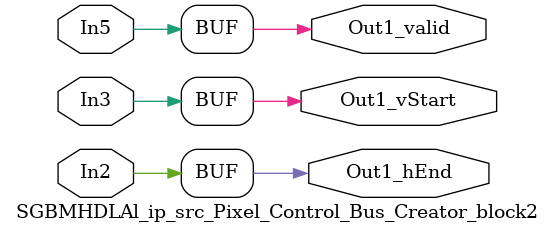
<source format=v>



`timescale 1 ns / 1 ns

module SGBMHDLAl_ip_src_Pixel_Control_Bus_Creator_block2
          (In2,
           In3,
           In5,
           Out1_hEnd,
           Out1_vStart,
           Out1_valid);


  input   In2;
  input   In3;
  input   In5;
  output  Out1_hEnd;
  output  Out1_vStart;
  output  Out1_valid;




  assign Out1_hEnd = In2;

  assign Out1_vStart = In3;

  assign Out1_valid = In5;

endmodule  // SGBMHDLAl_ip_src_Pixel_Control_Bus_Creator_block2


</source>
